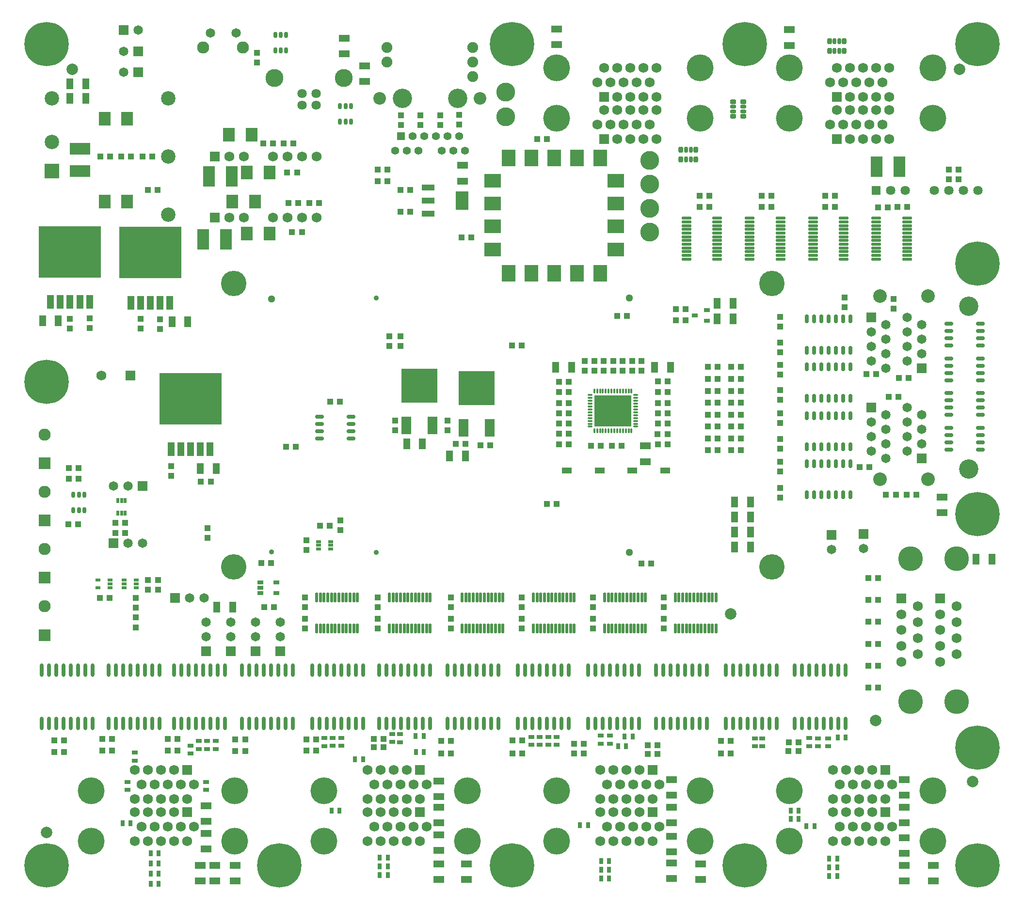
<source format=gbs>
G04*
G04 #@! TF.GenerationSoftware,Altium Limited,Altium Designer,23.9.2 (47)*
G04*
G04 Layer_Color=16711935*
%FSLAX25Y25*%
%MOIN*%
G70*
G04*
G04 #@! TF.SameCoordinates,B33C0050-A697-4CE6-AC26-6465C715290A*
G04*
G04*
G04 #@! TF.FilePolarity,Negative*
G04*
G01*
G75*
%ADD52R,0.04240X0.04240*%
%ADD53R,0.04240X0.04240*%
%ADD57O,0.02075X0.06799*%
%ADD59R,0.03543X0.01968*%
%ADD60R,0.07193X0.05028*%
%ADD61O,0.02862X0.06209*%
%ADD62R,0.04437X0.02862*%
%ADD65C,0.07874*%
%ADD67R,0.08000X0.14000*%
%ADD68C,0.17500*%
%ADD69C,0.03500*%
%ADD70C,0.05098*%
%ADD71C,0.30500*%
%ADD72R,0.06500X0.06500*%
%ADD73C,0.06500*%
%ADD74C,0.13295*%
%ADD75C,0.09358*%
%ADD76R,0.06500X0.06500*%
%ADD77C,0.12311*%
%ADD78C,0.06406*%
%ADD79C,0.06900*%
%ADD80R,0.06900X0.06900*%
%ADD81C,0.18500*%
%ADD82R,0.06406X0.06406*%
%ADD83C,0.07500*%
%ADD84R,0.05500X0.05500*%
%ADD85C,0.05500*%
%ADD86C,0.08700*%
%ADD87R,0.09949X0.09949*%
%ADD88C,0.09949*%
%ADD89C,0.06799*%
%ADD90R,0.06799X0.06799*%
%ADD91C,0.08374*%
%ADD92R,0.06799X0.06799*%
%ADD93C,0.17035*%
%ADD94R,0.08374X0.08374*%
G04:AMPARAMS|DCode=159|XSize=41.61mil|YSize=31.77mil|CornerRadius=9.19mil|HoleSize=0mil|Usage=FLASHONLY|Rotation=90.000|XOffset=0mil|YOffset=0mil|HoleType=Round|Shape=RoundedRectangle|*
%AMROUNDEDRECTD159*
21,1,0.04161,0.01339,0,0,90.0*
21,1,0.02323,0.03177,0,0,90.0*
1,1,0.01839,0.00669,0.01161*
1,1,0.01839,0.00669,-0.01161*
1,1,0.01839,-0.00669,-0.01161*
1,1,0.01839,-0.00669,0.01161*
%
%ADD159ROUNDEDRECTD159*%
G04:AMPARAMS|DCode=160|XSize=41.61mil|YSize=23.9mil|CornerRadius=7.22mil|HoleSize=0mil|Usage=FLASHONLY|Rotation=270.000|XOffset=0mil|YOffset=0mil|HoleType=Round|Shape=RoundedRectangle|*
%AMROUNDEDRECTD160*
21,1,0.04161,0.00945,0,0,270.0*
21,1,0.02717,0.02390,0,0,270.0*
1,1,0.01445,-0.00472,-0.01358*
1,1,0.01445,-0.00472,0.01358*
1,1,0.01445,0.00472,0.01358*
1,1,0.01445,0.00472,-0.01358*
%
%ADD160ROUNDEDRECTD160*%
G04:AMPARAMS|DCode=161|XSize=41.61mil|YSize=31.77mil|CornerRadius=9.19mil|HoleSize=0mil|Usage=FLASHONLY|Rotation=0.000|XOffset=0mil|YOffset=0mil|HoleType=Round|Shape=RoundedRectangle|*
%AMROUNDEDRECTD161*
21,1,0.04161,0.01339,0,0,0.0*
21,1,0.02323,0.03177,0,0,0.0*
1,1,0.01839,0.01161,-0.00669*
1,1,0.01839,-0.01161,-0.00669*
1,1,0.01839,-0.01161,0.00669*
1,1,0.01839,0.01161,0.00669*
%
%ADD161ROUNDEDRECTD161*%
G04:AMPARAMS|DCode=162|XSize=41.61mil|YSize=23.9mil|CornerRadius=7.22mil|HoleSize=0mil|Usage=FLASHONLY|Rotation=180.000|XOffset=0mil|YOffset=0mil|HoleType=Round|Shape=RoundedRectangle|*
%AMROUNDEDRECTD162*
21,1,0.04161,0.00945,0,0,180.0*
21,1,0.02717,0.02390,0,0,180.0*
1,1,0.01445,-0.01358,0.00472*
1,1,0.01445,0.01358,0.00472*
1,1,0.01445,0.01358,-0.00472*
1,1,0.01445,-0.01358,-0.00472*
%
%ADD162ROUNDEDRECTD162*%
%ADD163O,0.02862X0.04437*%
%ADD164R,0.08965X0.04043*%
%ADD165R,0.08965X0.13098*%
%ADD166R,0.06799X0.04437*%
%ADD167R,0.03847X0.02862*%
%ADD168R,0.05028X0.07193*%
%ADD169O,0.02862X0.09161*%
%ADD170O,0.01378X0.03543*%
%ADD171O,0.03543X0.01378*%
%ADD172R,0.25591X0.21260*%
%ADD173R,0.01968X0.03543*%
%ADD174O,0.06799X0.02075*%
%ADD175C,0.13000*%
%ADD176R,0.02862X0.03847*%
%ADD177R,0.03847X0.02862*%
%ADD178R,0.11524X0.09555*%
%ADD179R,0.09555X0.11524*%
%ADD180R,0.08000X0.09500*%
%ADD181R,0.06799X0.12311*%
%ADD182R,0.24910X0.23335*%
%ADD183R,0.14000X0.08000*%
%ADD184O,0.06209X0.02862*%
%ADD185R,0.42500X0.35500*%
%ADD186R,0.04700X0.09500*%
D52*
X187153Y582000D02*
D03*
X193846D02*
D03*
X160846Y301500D02*
D03*
X154154D02*
D03*
X351847Y596000D02*
D03*
X345153D02*
D03*
X556847Y492500D02*
D03*
X550153D02*
D03*
X556847Y500000D02*
D03*
X550153D02*
D03*
X710235Y452761D02*
D03*
X703543D02*
D03*
X681153Y455332D02*
D03*
X687847D02*
D03*
X696427Y439745D02*
D03*
X703120D02*
D03*
X683162Y391220D02*
D03*
X676469D02*
D03*
X701343Y372363D02*
D03*
X694651D02*
D03*
X708653D02*
D03*
X715346D02*
D03*
X537648Y414096D02*
D03*
X544341D02*
D03*
X537653Y421500D02*
D03*
X544347D02*
D03*
Y443000D02*
D03*
X537653D02*
D03*
Y450500D02*
D03*
X544347D02*
D03*
X537653Y428500D02*
D03*
X544347D02*
D03*
X537653Y407000D02*
D03*
X544347D02*
D03*
X537653Y435500D02*
D03*
X544347D02*
D03*
X594879Y402976D02*
D03*
X588187D02*
D03*
X594879Y411151D02*
D03*
X588187D02*
D03*
X594879Y419325D02*
D03*
X588187D02*
D03*
X594879Y427500D02*
D03*
X588187D02*
D03*
X594879Y435675D02*
D03*
X588187D02*
D03*
X594879Y443850D02*
D03*
X588187D02*
D03*
X594879Y452024D02*
D03*
X588187D02*
D03*
X594879Y460199D02*
D03*
X588187D02*
D03*
X572121Y402976D02*
D03*
X578814D02*
D03*
X572121Y411151D02*
D03*
X578814D02*
D03*
X572121Y419325D02*
D03*
X578814D02*
D03*
X572121Y427500D02*
D03*
X578814D02*
D03*
X572121Y435675D02*
D03*
X578814D02*
D03*
X572121Y443850D02*
D03*
X578814D02*
D03*
X572121Y452024D02*
D03*
X578814D02*
D03*
X572121Y460199D02*
D03*
X578814D02*
D03*
X498401Y405900D02*
D03*
X491709D02*
D03*
X506153Y406000D02*
D03*
X512847D02*
D03*
X469661Y406900D02*
D03*
X476354D02*
D03*
X469654Y414500D02*
D03*
X476346D02*
D03*
X469654Y421500D02*
D03*
X476346D02*
D03*
X469654Y428500D02*
D03*
X476346D02*
D03*
X469654Y435500D02*
D03*
X476346D02*
D03*
X469661Y442880D02*
D03*
X476354D02*
D03*
X469661Y450076D02*
D03*
X476354D02*
D03*
X164654Y353000D02*
D03*
X171346D02*
D03*
Y346000D02*
D03*
X164654D02*
D03*
X682461Y284928D02*
D03*
X689153D02*
D03*
X682461Y269857D02*
D03*
X689153D02*
D03*
X609154Y578000D02*
D03*
X615846D02*
D03*
X566468Y570500D02*
D03*
X573161D02*
D03*
X615846D02*
D03*
X609154D02*
D03*
X709048Y570205D02*
D03*
X702355D02*
D03*
X689032Y570076D02*
D03*
X695725D02*
D03*
X652853Y578000D02*
D03*
X659547D02*
D03*
X573161D02*
D03*
X566468D02*
D03*
X659547Y570500D02*
D03*
X652853D02*
D03*
X345153Y588000D02*
D03*
X351847D02*
D03*
X461346Y617000D02*
D03*
X454654D02*
D03*
X402654Y549500D02*
D03*
X409346D02*
D03*
X744347Y596000D02*
D03*
X737653D02*
D03*
X744347Y589500D02*
D03*
X737653D02*
D03*
X634329Y195870D02*
D03*
X627636D02*
D03*
X304837Y572890D02*
D03*
X298144D02*
D03*
X415654Y406390D02*
D03*
X422346D02*
D03*
X398654Y407500D02*
D03*
X405346D02*
D03*
X183441Y605100D02*
D03*
X190134D02*
D03*
X168826D02*
D03*
X175519D02*
D03*
X154326D02*
D03*
X161019D02*
D03*
X280474Y614000D02*
D03*
X287167D02*
D03*
X266504D02*
D03*
X273197D02*
D03*
X283757Y572890D02*
D03*
X290450D02*
D03*
X689153Y239713D02*
D03*
X682461D02*
D03*
X689153Y254785D02*
D03*
X682461D02*
D03*
X689153Y300000D02*
D03*
X682461D02*
D03*
X689153Y315072D02*
D03*
X682461D02*
D03*
X132653Y383500D02*
D03*
X139347D02*
D03*
X132567Y352000D02*
D03*
X139260D02*
D03*
X312619Y436500D02*
D03*
X319312D02*
D03*
X444097Y474988D02*
D03*
X437403D02*
D03*
X526620Y325000D02*
D03*
X533313D02*
D03*
X509654Y495500D02*
D03*
X516347D02*
D03*
X468298Y366000D02*
D03*
X461605D02*
D03*
X282154Y405500D02*
D03*
X288846D02*
D03*
X155654Y196500D02*
D03*
X162346D02*
D03*
X247294Y196000D02*
D03*
X253987D02*
D03*
X342472Y198786D02*
D03*
X349165D02*
D03*
X437653Y194500D02*
D03*
X444347D02*
D03*
X530873Y194000D02*
D03*
X537566D02*
D03*
X155654Y204500D02*
D03*
X162346D02*
D03*
X247294Y204000D02*
D03*
X253987D02*
D03*
X342472Y204500D02*
D03*
X349165D02*
D03*
X437653Y203500D02*
D03*
X444347D02*
D03*
X530873Y200130D02*
D03*
X537566D02*
D03*
X627654Y202000D02*
D03*
X634346D02*
D03*
X129347Y195500D02*
D03*
X122653D02*
D03*
X200654Y196500D02*
D03*
X207347D02*
D03*
X295999D02*
D03*
X302692D02*
D03*
X388913Y194500D02*
D03*
X395605D02*
D03*
X480224Y194502D02*
D03*
X486916D02*
D03*
X581153Y194500D02*
D03*
X587847D02*
D03*
X129347Y203500D02*
D03*
X122653D02*
D03*
X200654Y204500D02*
D03*
X207347D02*
D03*
X295999Y204000D02*
D03*
X302692D02*
D03*
X388913Y203000D02*
D03*
X395605D02*
D03*
X480224Y201173D02*
D03*
X486916D02*
D03*
X581153Y203000D02*
D03*
X587847D02*
D03*
X360653Y567161D02*
D03*
X367347D02*
D03*
X360653Y582161D02*
D03*
X367347D02*
D03*
X267122Y294937D02*
D03*
X273815D02*
D03*
X271847Y325500D02*
D03*
X265154D02*
D03*
X230335Y381500D02*
D03*
X223642D02*
D03*
X282970Y594000D02*
D03*
X289663D02*
D03*
X305336Y351111D02*
D03*
X312029D02*
D03*
X286316Y553000D02*
D03*
X293009D02*
D03*
X132653Y390750D02*
D03*
X139347D02*
D03*
D53*
X178847Y294807D02*
D03*
Y301500D02*
D03*
X178819Y281185D02*
D03*
Y287877D02*
D03*
X353000Y481347D02*
D03*
Y474653D02*
D03*
X262000Y669654D02*
D03*
Y676346D02*
D03*
X194000Y313846D02*
D03*
Y307154D02*
D03*
X187000Y313846D02*
D03*
Y307154D02*
D03*
X621665Y454950D02*
D03*
Y461643D02*
D03*
Y437742D02*
D03*
Y444434D02*
D03*
X699773Y500437D02*
D03*
Y507130D02*
D03*
X666181Y507917D02*
D03*
Y501224D02*
D03*
X621665Y377186D02*
D03*
Y370493D02*
D03*
Y394894D02*
D03*
Y388201D02*
D03*
Y410602D02*
D03*
Y403909D02*
D03*
Y428310D02*
D03*
Y421617D02*
D03*
Y477018D02*
D03*
Y470325D02*
D03*
Y494726D02*
D03*
Y488033D02*
D03*
X487500Y464347D02*
D03*
Y457654D02*
D03*
X494000Y464347D02*
D03*
Y457654D02*
D03*
X500500Y464347D02*
D03*
Y457654D02*
D03*
X507000Y464347D02*
D03*
Y457654D02*
D03*
X513500Y464347D02*
D03*
Y457654D02*
D03*
X520000Y464347D02*
D03*
Y457654D02*
D03*
X526500Y464347D02*
D03*
Y457654D02*
D03*
X228000Y342653D02*
D03*
Y349346D02*
D03*
X319500Y348153D02*
D03*
Y354847D02*
D03*
X393000Y423319D02*
D03*
Y416627D02*
D03*
X357000D02*
D03*
Y423319D02*
D03*
X295231Y301630D02*
D03*
Y294937D02*
D03*
X345231Y301630D02*
D03*
Y294937D02*
D03*
X395490Y301630D02*
D03*
Y294937D02*
D03*
X444231Y301630D02*
D03*
Y294937D02*
D03*
X493231Y301630D02*
D03*
Y294937D02*
D03*
X541797Y301630D02*
D03*
Y294937D02*
D03*
X295231Y287063D02*
D03*
Y280370D02*
D03*
X345231Y287063D02*
D03*
Y280370D02*
D03*
X395490Y287063D02*
D03*
Y280370D02*
D03*
X444231Y287063D02*
D03*
Y280370D02*
D03*
X493231Y287063D02*
D03*
Y280370D02*
D03*
X541797Y287063D02*
D03*
Y280370D02*
D03*
X133639Y486728D02*
D03*
Y493421D02*
D03*
X147039Y487153D02*
D03*
Y493847D02*
D03*
X195584Y486228D02*
D03*
Y492921D02*
D03*
X182184Y486654D02*
D03*
Y493347D02*
D03*
X203030Y385387D02*
D03*
Y392080D02*
D03*
X296252Y334195D02*
D03*
Y340888D02*
D03*
X374500Y626653D02*
D03*
Y633347D02*
D03*
X361000Y626653D02*
D03*
Y633347D02*
D03*
X388000Y626653D02*
D03*
Y633347D02*
D03*
X400992Y627153D02*
D03*
Y633847D02*
D03*
X360653Y481347D02*
D03*
Y474653D02*
D03*
D57*
X331306Y280370D02*
D03*
X328747D02*
D03*
X326187D02*
D03*
X323628D02*
D03*
X321069D02*
D03*
X318510D02*
D03*
X315951D02*
D03*
X313392D02*
D03*
X310833D02*
D03*
X308274D02*
D03*
X305715D02*
D03*
X303156D02*
D03*
X331306Y301630D02*
D03*
X328747D02*
D03*
X326187D02*
D03*
X323628D02*
D03*
X321069D02*
D03*
X318510D02*
D03*
X315951D02*
D03*
X313392D02*
D03*
X310833D02*
D03*
X308274D02*
D03*
X305715D02*
D03*
X303156D02*
D03*
X381306Y280370D02*
D03*
X378747D02*
D03*
X376187D02*
D03*
X373628D02*
D03*
X371069D02*
D03*
X368510D02*
D03*
X365951D02*
D03*
X363392D02*
D03*
X360833D02*
D03*
X358274D02*
D03*
X355715D02*
D03*
X353156D02*
D03*
X381306Y301630D02*
D03*
X378747D02*
D03*
X376187D02*
D03*
X373628D02*
D03*
X371069D02*
D03*
X368510D02*
D03*
X365951D02*
D03*
X363392D02*
D03*
X360833D02*
D03*
X358274D02*
D03*
X355715D02*
D03*
X353156D02*
D03*
X431306Y280370D02*
D03*
X428747D02*
D03*
X426187D02*
D03*
X423628D02*
D03*
X421069D02*
D03*
X418510D02*
D03*
X415951D02*
D03*
X413392D02*
D03*
X410833D02*
D03*
X408274D02*
D03*
X405715D02*
D03*
X403156D02*
D03*
X431306Y301630D02*
D03*
X428747D02*
D03*
X426187D02*
D03*
X423628D02*
D03*
X421069D02*
D03*
X418510D02*
D03*
X415951D02*
D03*
X413392D02*
D03*
X410833D02*
D03*
X408274D02*
D03*
X405715D02*
D03*
X403156D02*
D03*
X480305Y280370D02*
D03*
X477746D02*
D03*
X475187D02*
D03*
X472628D02*
D03*
X470069D02*
D03*
X467510D02*
D03*
X464951D02*
D03*
X462392D02*
D03*
X459833D02*
D03*
X457274D02*
D03*
X454715D02*
D03*
X452156D02*
D03*
X480305Y301630D02*
D03*
X477746D02*
D03*
X475187D02*
D03*
X472628D02*
D03*
X470069D02*
D03*
X467510D02*
D03*
X464951D02*
D03*
X462392D02*
D03*
X459833D02*
D03*
X457274D02*
D03*
X454715D02*
D03*
X452156D02*
D03*
X529306Y280370D02*
D03*
X526747D02*
D03*
X524187D02*
D03*
X521628D02*
D03*
X519069D02*
D03*
X516510D02*
D03*
X513951D02*
D03*
X511392D02*
D03*
X508833D02*
D03*
X506274D02*
D03*
X503715D02*
D03*
X501156D02*
D03*
X529306Y301630D02*
D03*
X526747D02*
D03*
X524187D02*
D03*
X521628D02*
D03*
X519069D02*
D03*
X516510D02*
D03*
X513951D02*
D03*
X511392D02*
D03*
X508833D02*
D03*
X506274D02*
D03*
X503715D02*
D03*
X501156D02*
D03*
X577872Y280370D02*
D03*
X575313D02*
D03*
X572754D02*
D03*
X570194D02*
D03*
X567635D02*
D03*
X565076D02*
D03*
X562517D02*
D03*
X559958D02*
D03*
X557399D02*
D03*
X554840D02*
D03*
X552281D02*
D03*
X549722D02*
D03*
X577872Y301630D02*
D03*
X575313D02*
D03*
X572754D02*
D03*
X570194D02*
D03*
X567635D02*
D03*
X565076D02*
D03*
X562517D02*
D03*
X559958D02*
D03*
X557399D02*
D03*
X554840D02*
D03*
X552281D02*
D03*
X549722D02*
D03*
D59*
X152768Y313559D02*
D03*
Y308441D02*
D03*
X161232D02*
D03*
Y311000D02*
D03*
Y313559D02*
D03*
X170768D02*
D03*
Y311000D02*
D03*
Y308441D02*
D03*
X179232D02*
D03*
Y311000D02*
D03*
Y313559D02*
D03*
X312816Y340100D02*
D03*
Y337541D02*
D03*
Y334982D02*
D03*
X304352D02*
D03*
Y337541D02*
D03*
Y340100D02*
D03*
D60*
X336000Y667413D02*
D03*
Y656587D02*
D03*
X322000Y686413D02*
D03*
Y675587D02*
D03*
X628300Y692319D02*
D03*
Y681492D02*
D03*
X468300Y692758D02*
D03*
Y681931D02*
D03*
X733000Y359913D02*
D03*
Y370740D02*
D03*
X223000Y117413D02*
D03*
Y106587D02*
D03*
X233000Y106587D02*
D03*
Y117413D02*
D03*
X227000Y147587D02*
D03*
Y158413D02*
D03*
X387000Y118413D02*
D03*
Y107587D02*
D03*
Y138413D02*
D03*
Y127587D02*
D03*
Y164587D02*
D03*
Y175413D02*
D03*
Y146587D02*
D03*
Y157413D02*
D03*
X547000Y146587D02*
D03*
Y157413D02*
D03*
Y137413D02*
D03*
Y126587D02*
D03*
Y119173D02*
D03*
Y108346D02*
D03*
Y165587D02*
D03*
Y176413D02*
D03*
X707000Y146587D02*
D03*
Y157413D02*
D03*
Y165587D02*
D03*
Y176413D02*
D03*
Y136413D02*
D03*
Y125587D02*
D03*
Y117413D02*
D03*
Y106587D02*
D03*
X227000Y128587D02*
D03*
Y139413D02*
D03*
X727000Y106587D02*
D03*
Y117413D02*
D03*
X567000Y107587D02*
D03*
Y118413D02*
D03*
X406000Y107587D02*
D03*
Y118413D02*
D03*
X247000Y106587D02*
D03*
Y117413D02*
D03*
X529306Y395087D02*
D03*
Y405913D02*
D03*
X403500Y598913D02*
D03*
Y588087D02*
D03*
D61*
X640000Y493228D02*
D03*
X645000D02*
D03*
X650000D02*
D03*
X655000D02*
D03*
X660000D02*
D03*
X665000D02*
D03*
X670000D02*
D03*
X640000Y471772D02*
D03*
X645000D02*
D03*
X650000D02*
D03*
X655000D02*
D03*
X660000D02*
D03*
X665000D02*
D03*
X670000D02*
D03*
X640000Y460228D02*
D03*
X645000D02*
D03*
X650000D02*
D03*
X655000D02*
D03*
X660000D02*
D03*
X665000D02*
D03*
X670000D02*
D03*
X640000Y438772D02*
D03*
X645000D02*
D03*
X650000D02*
D03*
X655000D02*
D03*
X660000D02*
D03*
X665000D02*
D03*
X670000D02*
D03*
X640000Y393728D02*
D03*
X645000D02*
D03*
X650000D02*
D03*
X655000D02*
D03*
X660000D02*
D03*
X665000D02*
D03*
X670000D02*
D03*
X640000Y372272D02*
D03*
X645000D02*
D03*
X650000D02*
D03*
X655000D02*
D03*
X660000D02*
D03*
X665000D02*
D03*
X670000D02*
D03*
X640000Y426728D02*
D03*
X645000D02*
D03*
X650000D02*
D03*
X655000D02*
D03*
X660000D02*
D03*
X665000D02*
D03*
X670000D02*
D03*
X640000Y405272D02*
D03*
X645000D02*
D03*
X650000D02*
D03*
X655000D02*
D03*
X660000D02*
D03*
X665000D02*
D03*
X670000D02*
D03*
D62*
X264587Y304543D02*
D03*
Y308283D02*
D03*
Y312024D02*
D03*
X275413D02*
D03*
Y304543D02*
D03*
D65*
X135000Y665000D02*
D03*
X117500Y140000D02*
D03*
X745000Y665000D02*
D03*
X587847Y290393D02*
D03*
X687500Y217000D02*
D03*
X754000Y175000D02*
D03*
D67*
X688252Y598000D02*
D03*
X703748D02*
D03*
X229252Y591500D02*
D03*
X244748D02*
D03*
X225252Y548000D02*
D03*
X240748D02*
D03*
D68*
X616173Y322611D02*
D03*
X246173Y517611D02*
D03*
Y322611D02*
D03*
X616173Y517611D02*
D03*
D69*
X344173Y332661D02*
D03*
Y507661D02*
D03*
X272173Y333111D02*
D03*
X757500Y209750D02*
D03*
X768750Y198500D02*
D03*
X757500Y187250D02*
D03*
X746250Y198500D02*
D03*
X747657Y204405D02*
D03*
X751594Y208343D02*
D03*
Y188657D02*
D03*
X767343Y192595D02*
D03*
X763406Y208343D02*
D03*
X747657Y192595D02*
D03*
X763406Y188657D02*
D03*
X767343Y204405D02*
D03*
X757500Y542750D02*
D03*
X768750Y531500D02*
D03*
X757500Y520250D02*
D03*
X746250Y531500D02*
D03*
X747657Y537405D02*
D03*
X751594Y541342D02*
D03*
Y521658D02*
D03*
X767343Y525595D02*
D03*
X763406Y541342D02*
D03*
X747657Y525595D02*
D03*
X763406Y521658D02*
D03*
X767343Y537405D02*
D03*
X757500Y370250D02*
D03*
X768750Y359000D02*
D03*
X757500Y347750D02*
D03*
X746250Y359000D02*
D03*
X747657Y364906D02*
D03*
X751594Y368843D02*
D03*
Y349158D02*
D03*
X767343Y353095D02*
D03*
X763406Y368843D02*
D03*
X747657Y353095D02*
D03*
X763406Y349158D02*
D03*
X767343Y364906D02*
D03*
X437500Y693750D02*
D03*
X448750Y682500D02*
D03*
X437500Y671250D02*
D03*
X426250Y682500D02*
D03*
X427658Y688406D02*
D03*
X431595Y692343D02*
D03*
Y672657D02*
D03*
X447342Y676594D02*
D03*
X443405Y692343D02*
D03*
X427658Y676594D02*
D03*
X443405Y672657D02*
D03*
X447342Y688406D02*
D03*
X117500Y693750D02*
D03*
X128750Y682500D02*
D03*
X117500Y671250D02*
D03*
X106250Y682500D02*
D03*
X107658Y688406D02*
D03*
X111594Y692343D02*
D03*
Y672657D02*
D03*
X127342Y676594D02*
D03*
X123406Y692343D02*
D03*
X107658Y676594D02*
D03*
X123406Y672657D02*
D03*
X127342Y688406D02*
D03*
X757500Y693750D02*
D03*
X768750Y682500D02*
D03*
X757500Y671250D02*
D03*
X746250Y682500D02*
D03*
X747657Y688406D02*
D03*
X751594Y692343D02*
D03*
Y672657D02*
D03*
X767343Y676594D02*
D03*
X763406Y692343D02*
D03*
X747657Y676594D02*
D03*
X763406Y672657D02*
D03*
X767343Y688406D02*
D03*
X597500Y693750D02*
D03*
X608750Y682500D02*
D03*
X597500Y671250D02*
D03*
X586250Y682500D02*
D03*
X587657Y688406D02*
D03*
X591595Y692343D02*
D03*
Y672657D02*
D03*
X607342Y676594D02*
D03*
X603406Y692343D02*
D03*
X587657Y676594D02*
D03*
X603406Y672657D02*
D03*
X607342Y688406D02*
D03*
X117500Y461250D02*
D03*
X128750Y450000D02*
D03*
X117500Y438750D02*
D03*
X106250Y450000D02*
D03*
X107658Y455905D02*
D03*
X111594Y459842D02*
D03*
Y440158D02*
D03*
X127342Y444095D02*
D03*
X123406Y459842D02*
D03*
X107658Y444095D02*
D03*
X123406Y440158D02*
D03*
X127342Y455905D02*
D03*
X757500Y128750D02*
D03*
X768750Y117500D02*
D03*
X757500Y106250D02*
D03*
X746250Y117500D02*
D03*
X747657Y123406D02*
D03*
X751594Y127342D02*
D03*
Y107658D02*
D03*
X767343Y111594D02*
D03*
X763406Y127342D02*
D03*
X747657Y111594D02*
D03*
X763406Y107658D02*
D03*
X767343Y123406D02*
D03*
X597500Y128750D02*
D03*
X608750Y117500D02*
D03*
X597500Y106250D02*
D03*
X586250Y117500D02*
D03*
X587657Y123406D02*
D03*
X591595Y127342D02*
D03*
Y107658D02*
D03*
X607342Y111594D02*
D03*
X603406Y127342D02*
D03*
X587657Y111594D02*
D03*
X603406Y107658D02*
D03*
X607342Y123406D02*
D03*
X437500Y128750D02*
D03*
X448750Y117500D02*
D03*
X437500Y106250D02*
D03*
X426250Y117500D02*
D03*
X427658Y123406D02*
D03*
X431595Y127342D02*
D03*
Y107658D02*
D03*
X447342Y111594D02*
D03*
X443405Y127342D02*
D03*
X427658Y111594D02*
D03*
X443405Y107658D02*
D03*
X447342Y123406D02*
D03*
X277500Y128750D02*
D03*
X288750Y117500D02*
D03*
X277500Y106250D02*
D03*
X266250Y117500D02*
D03*
X267657Y123406D02*
D03*
X271595Y127342D02*
D03*
Y107658D02*
D03*
X287343Y111594D02*
D03*
X283405Y127342D02*
D03*
X267657Y111594D02*
D03*
X283405Y107658D02*
D03*
X287343Y123406D02*
D03*
X117500Y128750D02*
D03*
X128750Y117500D02*
D03*
X117500Y106250D02*
D03*
X106250Y117500D02*
D03*
X107658Y123406D02*
D03*
X111594Y127342D02*
D03*
Y107658D02*
D03*
X127342Y111594D02*
D03*
X123406Y127342D02*
D03*
X107658Y111594D02*
D03*
X123406Y107658D02*
D03*
X127342Y123406D02*
D03*
D70*
X518173Y332661D02*
D03*
Y507661D02*
D03*
X272173Y507111D02*
D03*
D71*
X757500Y198500D02*
D03*
Y531500D02*
D03*
Y359000D02*
D03*
X437500Y682500D02*
D03*
X117500D02*
D03*
X757500D02*
D03*
X597500D02*
D03*
X117500Y450000D02*
D03*
X757500Y117500D02*
D03*
X597500D02*
D03*
X437500D02*
D03*
X277500D02*
D03*
X117500D02*
D03*
D72*
X180344Y677500D02*
D03*
X170344Y691988D02*
D03*
X163500Y338879D02*
D03*
X183500Y378500D02*
D03*
X180500Y663000D02*
D03*
X205811Y301421D02*
D03*
D73*
X170344Y677500D02*
D03*
X180344Y691988D02*
D03*
X684500Y484500D02*
D03*
Y474500D02*
D03*
Y464500D02*
D03*
X694500Y459500D02*
D03*
Y469500D02*
D03*
Y479500D02*
D03*
Y489500D02*
D03*
X719000D02*
D03*
Y479500D02*
D03*
Y469500D02*
D03*
X709000Y494500D02*
D03*
Y464500D02*
D03*
Y474500D02*
D03*
Y484500D02*
D03*
X684500Y422500D02*
D03*
Y412500D02*
D03*
Y402500D02*
D03*
X694500Y397500D02*
D03*
Y407500D02*
D03*
Y417500D02*
D03*
Y427500D02*
D03*
X719000D02*
D03*
Y417500D02*
D03*
Y407500D02*
D03*
X709000Y402500D02*
D03*
Y412500D02*
D03*
Y432500D02*
D03*
Y422500D02*
D03*
X173500Y338879D02*
D03*
X183500D02*
D03*
X173500Y378500D02*
D03*
X163500D02*
D03*
X247706Y689879D02*
D03*
X229989D02*
D03*
X170500Y663000D02*
D03*
X278000Y284531D02*
D03*
Y274531D02*
D03*
X260996Y284531D02*
D03*
Y274531D02*
D03*
X243992Y284531D02*
D03*
Y274531D02*
D03*
X226989Y284531D02*
D03*
Y274531D02*
D03*
X679176Y335263D02*
D03*
X656998Y334763D02*
D03*
X225811Y301421D02*
D03*
X215811D02*
D03*
D74*
X751500Y502000D02*
D03*
Y390000D02*
D03*
X400000Y645000D02*
D03*
X362000D02*
D03*
D75*
X690500Y383000D02*
D03*
X723500D02*
D03*
Y509000D02*
D03*
X690500D02*
D03*
D76*
X684500Y494500D02*
D03*
X719000Y459500D02*
D03*
X684500Y432500D02*
D03*
X719000Y397500D02*
D03*
X278000Y264531D02*
D03*
X260996D02*
D03*
X243992D02*
D03*
X226989D02*
D03*
X679176Y345263D02*
D03*
X656998Y344763D02*
D03*
D77*
X321659Y658879D02*
D03*
X274257D02*
D03*
D78*
X293037Y648209D02*
D03*
X302879D02*
D03*
Y640335D02*
D03*
X293037D02*
D03*
X707929Y581626D02*
D03*
X697929D02*
D03*
X727929D02*
D03*
X737929D02*
D03*
X747929D02*
D03*
X757929D02*
D03*
D79*
X662800Y173000D02*
D03*
X680800D02*
D03*
X671800D02*
D03*
X689800D02*
D03*
X698800D02*
D03*
X667300Y183000D02*
D03*
X676300D02*
D03*
X685300D02*
D03*
X658300D02*
D03*
Y163000D02*
D03*
X685300D02*
D03*
X694300D02*
D03*
X676300D02*
D03*
X667300D02*
D03*
Y134000D02*
D03*
X676300D02*
D03*
X694300D02*
D03*
X685300D02*
D03*
X658300D02*
D03*
Y154000D02*
D03*
X685300D02*
D03*
X676300D02*
D03*
X667300D02*
D03*
X698800Y144000D02*
D03*
X689800D02*
D03*
X671800D02*
D03*
X680800D02*
D03*
X662800D02*
D03*
X532200Y627000D02*
D03*
X514200D02*
D03*
X523200D02*
D03*
X505200D02*
D03*
X496200D02*
D03*
X527700Y617000D02*
D03*
X518700D02*
D03*
X509700D02*
D03*
X536700D02*
D03*
Y637000D02*
D03*
X509700D02*
D03*
X500700D02*
D03*
X518700D02*
D03*
X527700D02*
D03*
Y666000D02*
D03*
X518700D02*
D03*
X500700D02*
D03*
X509700D02*
D03*
X536700D02*
D03*
Y646000D02*
D03*
X509700D02*
D03*
X518700D02*
D03*
X527700D02*
D03*
X496200Y656000D02*
D03*
X505200D02*
D03*
X523200D02*
D03*
X514200D02*
D03*
X532200D02*
D03*
X692200D02*
D03*
X674200D02*
D03*
X683200D02*
D03*
X665200D02*
D03*
X656200D02*
D03*
X687700Y646000D02*
D03*
X678700D02*
D03*
X669700D02*
D03*
X696700D02*
D03*
Y666000D02*
D03*
X669700D02*
D03*
X660700D02*
D03*
X678700D02*
D03*
X687700D02*
D03*
Y637000D02*
D03*
X678700D02*
D03*
X660700D02*
D03*
X669700D02*
D03*
X696700D02*
D03*
Y617000D02*
D03*
X669700D02*
D03*
X678700D02*
D03*
X687700D02*
D03*
X656200Y627000D02*
D03*
X665200D02*
D03*
X683200D02*
D03*
X674200D02*
D03*
X692200D02*
D03*
X502800Y144000D02*
D03*
X520800D02*
D03*
X511800D02*
D03*
X529800D02*
D03*
X538800D02*
D03*
X507300Y154000D02*
D03*
X516300D02*
D03*
X525300D02*
D03*
X498300D02*
D03*
Y134000D02*
D03*
X525300D02*
D03*
X534300D02*
D03*
X516300D02*
D03*
X507300D02*
D03*
Y163000D02*
D03*
X516300D02*
D03*
X534300D02*
D03*
X525300D02*
D03*
X498300D02*
D03*
Y183000D02*
D03*
X525300D02*
D03*
X516300D02*
D03*
X507300D02*
D03*
X538800Y173000D02*
D03*
X529800D02*
D03*
X511800D02*
D03*
X520800D02*
D03*
X502800D02*
D03*
X342800Y144000D02*
D03*
X360800D02*
D03*
X351800D02*
D03*
X369800D02*
D03*
X378800D02*
D03*
X347300Y154000D02*
D03*
X356300D02*
D03*
X365300D02*
D03*
X338300D02*
D03*
Y134000D02*
D03*
X365300D02*
D03*
X374300D02*
D03*
X356300D02*
D03*
X347300D02*
D03*
Y163000D02*
D03*
X356300D02*
D03*
X374300D02*
D03*
X365300D02*
D03*
X338300D02*
D03*
Y183000D02*
D03*
X365300D02*
D03*
X356300D02*
D03*
X347300D02*
D03*
X378800Y173000D02*
D03*
X369800D02*
D03*
X351800D02*
D03*
X360800D02*
D03*
X342800D02*
D03*
X182800Y144000D02*
D03*
X200800D02*
D03*
X191800D02*
D03*
X209800D02*
D03*
X218800D02*
D03*
X187300Y154000D02*
D03*
X196300D02*
D03*
X205300D02*
D03*
X178300D02*
D03*
Y134000D02*
D03*
X205300D02*
D03*
X214300D02*
D03*
X196300D02*
D03*
X187300D02*
D03*
Y163000D02*
D03*
X196300D02*
D03*
X214300D02*
D03*
X205300D02*
D03*
X178300D02*
D03*
Y183000D02*
D03*
X205300D02*
D03*
X196300D02*
D03*
X187300D02*
D03*
X218800Y173000D02*
D03*
X209800D02*
D03*
X191800D02*
D03*
X200800D02*
D03*
X182800D02*
D03*
D80*
X694300Y183000D02*
D03*
Y154000D02*
D03*
X500700Y617000D02*
D03*
Y646000D02*
D03*
X660700D02*
D03*
Y617000D02*
D03*
X534300Y154000D02*
D03*
Y183000D02*
D03*
X374300Y154000D02*
D03*
Y183000D02*
D03*
X214300Y154000D02*
D03*
Y183000D02*
D03*
D81*
X628300Y168646D02*
D03*
Y134000D02*
D03*
X726700D02*
D03*
Y168646D02*
D03*
X566700Y631354D02*
D03*
Y666000D02*
D03*
X468300D02*
D03*
Y631354D02*
D03*
X628300D02*
D03*
Y666000D02*
D03*
X726700D02*
D03*
Y631354D02*
D03*
X566700Y168646D02*
D03*
Y134000D02*
D03*
X468300D02*
D03*
Y168646D02*
D03*
X406700D02*
D03*
Y134000D02*
D03*
X308300D02*
D03*
Y168646D02*
D03*
X246700D02*
D03*
Y134000D02*
D03*
X148300D02*
D03*
Y168646D02*
D03*
D82*
X687929Y581626D02*
D03*
D83*
X410600Y660000D02*
D03*
Y670000D02*
D03*
Y680000D02*
D03*
X351400Y670000D02*
D03*
Y680000D02*
D03*
D84*
X361000Y619000D02*
D03*
D85*
X368992D02*
D03*
X376992D02*
D03*
X400992D02*
D03*
X392992D02*
D03*
X385000D02*
D03*
X365000Y609000D02*
D03*
X373000D02*
D03*
X357000D02*
D03*
X389000D02*
D03*
X397000D02*
D03*
X405000D02*
D03*
D86*
X346400Y645000D02*
D03*
X415600D02*
D03*
D87*
X121000Y595000D02*
D03*
D88*
Y615000D02*
D03*
Y645000D02*
D03*
X201000D02*
D03*
Y605000D02*
D03*
Y565000D02*
D03*
D89*
X303000Y605000D02*
D03*
X293000D02*
D03*
X283000D02*
D03*
X273000D02*
D03*
X253000D02*
D03*
X243000D02*
D03*
X303000Y562904D02*
D03*
X293000D02*
D03*
X283000D02*
D03*
X273000D02*
D03*
X253000D02*
D03*
X243000D02*
D03*
X716386Y284665D02*
D03*
Y295571D02*
D03*
Y273760D02*
D03*
Y262854D02*
D03*
X705205Y257402D02*
D03*
Y268307D02*
D03*
Y290118D02*
D03*
Y279213D02*
D03*
X731819D02*
D03*
Y290118D02*
D03*
Y268307D02*
D03*
Y257402D02*
D03*
X743000Y262854D02*
D03*
Y273760D02*
D03*
Y295571D02*
D03*
Y284665D02*
D03*
X155300Y454500D02*
D03*
D90*
X233000Y605000D02*
D03*
Y562904D02*
D03*
X175000Y454500D02*
D03*
D91*
X252647Y680076D02*
D03*
X225048D02*
D03*
X116000Y295543D02*
D03*
Y374342D02*
D03*
Y413742D02*
D03*
Y334943D02*
D03*
D92*
X705205Y301024D02*
D03*
X731819D02*
D03*
D93*
X711504Y230000D02*
D03*
Y328425D02*
D03*
X743000D02*
D03*
Y230000D02*
D03*
D94*
X116000Y275857D02*
D03*
Y354658D02*
D03*
Y394057D02*
D03*
Y315258D02*
D03*
D159*
X665891Y677610D02*
D03*
Y684461D02*
D03*
X655655Y677610D02*
D03*
Y684461D02*
D03*
X563879Y603000D02*
D03*
Y609850D02*
D03*
X553643Y603000D02*
D03*
Y609850D02*
D03*
D160*
X662348Y684461D02*
D03*
Y677610D02*
D03*
X659198D02*
D03*
Y684461D02*
D03*
X560336Y609850D02*
D03*
Y603000D02*
D03*
X557186D02*
D03*
Y609850D02*
D03*
D161*
X589630Y632561D02*
D03*
X596480D02*
D03*
X589630Y642797D02*
D03*
X596480D02*
D03*
D162*
Y636104D02*
D03*
X589630D02*
D03*
Y639254D02*
D03*
X596480D02*
D03*
D163*
X282240Y678185D02*
D03*
X278500D02*
D03*
X274760D02*
D03*
X282240Y688815D02*
D03*
X278500D02*
D03*
X274760D02*
D03*
X326740Y629185D02*
D03*
X323000D02*
D03*
X319260D02*
D03*
X326740Y639815D02*
D03*
X323000D02*
D03*
X319260D02*
D03*
X143394Y361685D02*
D03*
X139654D02*
D03*
X135913D02*
D03*
X143394Y372315D02*
D03*
X139654D02*
D03*
X135913D02*
D03*
D164*
X379984Y565606D02*
D03*
Y574661D02*
D03*
Y583716D02*
D03*
D165*
X403016Y574661D02*
D03*
D166*
X475187Y388911D02*
D03*
X520187D02*
D03*
X497687D02*
D03*
X542687D02*
D03*
D167*
X563024Y495756D02*
D03*
X571488Y492016D02*
D03*
Y499496D02*
D03*
D168*
X756587Y328000D02*
D03*
X767413D02*
D03*
X535587Y460000D02*
D03*
X546413D02*
D03*
X601324Y336500D02*
D03*
X590497D02*
D03*
X601324Y346833D02*
D03*
X590497D02*
D03*
X601324Y357167D02*
D03*
X590497D02*
D03*
X601324Y367500D02*
D03*
X590497D02*
D03*
X578587Y504000D02*
D03*
X589413D02*
D03*
X578587Y493500D02*
D03*
X589413D02*
D03*
X467587Y460000D02*
D03*
X478413D02*
D03*
X405413Y399000D02*
D03*
X394587D02*
D03*
X365087Y407390D02*
D03*
X375913D02*
D03*
X144413Y645000D02*
D03*
X133587D02*
D03*
X144413Y655000D02*
D03*
X133587D02*
D03*
X114678Y492000D02*
D03*
X125505D02*
D03*
X214552Y491500D02*
D03*
X203725D02*
D03*
X245413Y294937D02*
D03*
X234587D02*
D03*
X234000Y390233D02*
D03*
X223173D02*
D03*
D169*
X251964Y251693D02*
D03*
X256964D02*
D03*
X261964D02*
D03*
X266964D02*
D03*
X271964D02*
D03*
X276964D02*
D03*
X281964D02*
D03*
X286964D02*
D03*
X251964Y215000D02*
D03*
X256964D02*
D03*
X261964D02*
D03*
X266964D02*
D03*
X271964D02*
D03*
X276964D02*
D03*
X281964D02*
D03*
X286964D02*
D03*
X195000D02*
D03*
X190000D02*
D03*
X185000D02*
D03*
X180000D02*
D03*
X175000D02*
D03*
X170000D02*
D03*
X165000D02*
D03*
X160000D02*
D03*
X195000Y251693D02*
D03*
X190000D02*
D03*
X185000D02*
D03*
X180000D02*
D03*
X175000D02*
D03*
X170000D02*
D03*
X165000D02*
D03*
X160000D02*
D03*
X381231Y215000D02*
D03*
X376231D02*
D03*
X371231D02*
D03*
X366231D02*
D03*
X361231D02*
D03*
X356231D02*
D03*
X351231D02*
D03*
X346231D02*
D03*
X381231Y251693D02*
D03*
X376231D02*
D03*
X371231D02*
D03*
X366231D02*
D03*
X361231D02*
D03*
X356231D02*
D03*
X351231D02*
D03*
X346231D02*
D03*
X476582Y215000D02*
D03*
X471582D02*
D03*
X466582D02*
D03*
X461582D02*
D03*
X456582D02*
D03*
X451582D02*
D03*
X446582D02*
D03*
X441582D02*
D03*
X476582Y251693D02*
D03*
X471582D02*
D03*
X466582D02*
D03*
X461582D02*
D03*
X456582D02*
D03*
X451582D02*
D03*
X446582D02*
D03*
X441582D02*
D03*
X571405Y215000D02*
D03*
X566405D02*
D03*
X561405D02*
D03*
X556405D02*
D03*
X551405D02*
D03*
X546405D02*
D03*
X541405D02*
D03*
X536405D02*
D03*
X571405Y251693D02*
D03*
X566405D02*
D03*
X561405D02*
D03*
X556405D02*
D03*
X551405D02*
D03*
X546405D02*
D03*
X541405D02*
D03*
X536405D02*
D03*
X666818Y215000D02*
D03*
X661818D02*
D03*
X656818D02*
D03*
X651818D02*
D03*
X646818D02*
D03*
X641818D02*
D03*
X636818D02*
D03*
X631818D02*
D03*
X666818Y251693D02*
D03*
X661818D02*
D03*
X656818D02*
D03*
X651818D02*
D03*
X646818D02*
D03*
X641818D02*
D03*
X636818D02*
D03*
X631818D02*
D03*
X149000Y215000D02*
D03*
X144000D02*
D03*
X139000D02*
D03*
X134000D02*
D03*
X129000D02*
D03*
X124000D02*
D03*
X119000D02*
D03*
X114000D02*
D03*
X149000Y251693D02*
D03*
X144000D02*
D03*
X139000D02*
D03*
X134000D02*
D03*
X129000D02*
D03*
X124000D02*
D03*
X119000D02*
D03*
X114000D02*
D03*
X240000Y215000D02*
D03*
X235000D02*
D03*
X230000D02*
D03*
X225000D02*
D03*
X220000D02*
D03*
X215000D02*
D03*
X210000D02*
D03*
X205000D02*
D03*
X240000Y251693D02*
D03*
X235000D02*
D03*
X230000D02*
D03*
X225000D02*
D03*
X220000D02*
D03*
X215000D02*
D03*
X210000D02*
D03*
X205000D02*
D03*
X335046Y215000D02*
D03*
X330046D02*
D03*
X325046D02*
D03*
X320046D02*
D03*
X315046D02*
D03*
X310046D02*
D03*
X305046D02*
D03*
X300046D02*
D03*
X335046Y251693D02*
D03*
X330046D02*
D03*
X325046D02*
D03*
X320046D02*
D03*
X315046D02*
D03*
X310046D02*
D03*
X305046D02*
D03*
X300046D02*
D03*
X428259Y215000D02*
D03*
X423259D02*
D03*
X418259D02*
D03*
X413259D02*
D03*
X408259D02*
D03*
X403259D02*
D03*
X398259D02*
D03*
X393259D02*
D03*
X428259Y251693D02*
D03*
X423259D02*
D03*
X418259D02*
D03*
X413259D02*
D03*
X408259D02*
D03*
X403259D02*
D03*
X398259D02*
D03*
X393259D02*
D03*
X524787Y215000D02*
D03*
X519787D02*
D03*
X514787D02*
D03*
X509787D02*
D03*
X504787D02*
D03*
X499787D02*
D03*
X494787D02*
D03*
X489787D02*
D03*
X524787Y251693D02*
D03*
X519787D02*
D03*
X514787D02*
D03*
X509787D02*
D03*
X504787D02*
D03*
X499787D02*
D03*
X494787D02*
D03*
X489787D02*
D03*
X619500Y215000D02*
D03*
X614500D02*
D03*
X609500D02*
D03*
X604500D02*
D03*
X599500D02*
D03*
X594500D02*
D03*
X589500D02*
D03*
X584500D02*
D03*
X619500Y251693D02*
D03*
X614500D02*
D03*
X609500D02*
D03*
X604500D02*
D03*
X599500D02*
D03*
X594500D02*
D03*
X589500D02*
D03*
X584500D02*
D03*
D170*
X494055Y443728D02*
D03*
X496024D02*
D03*
X497992D02*
D03*
X499961D02*
D03*
X501929D02*
D03*
X503898D02*
D03*
X505866D02*
D03*
X507835D02*
D03*
X509803D02*
D03*
X511772D02*
D03*
X513740D02*
D03*
X515709D02*
D03*
X517677D02*
D03*
X519646D02*
D03*
Y416366D02*
D03*
X517677D02*
D03*
X515709D02*
D03*
X513740D02*
D03*
X511772D02*
D03*
X509803D02*
D03*
X507835D02*
D03*
X505866D02*
D03*
X503898D02*
D03*
X501929D02*
D03*
X499961D02*
D03*
X497992D02*
D03*
X496024D02*
D03*
X494055D02*
D03*
D171*
X522500Y440874D02*
D03*
Y438905D02*
D03*
Y436937D02*
D03*
Y434969D02*
D03*
Y433000D02*
D03*
Y431032D02*
D03*
Y429063D02*
D03*
Y427095D02*
D03*
Y425126D02*
D03*
Y423158D02*
D03*
Y421189D02*
D03*
Y419220D02*
D03*
X491201D02*
D03*
Y421189D02*
D03*
Y423158D02*
D03*
Y425126D02*
D03*
Y427095D02*
D03*
Y429063D02*
D03*
Y431032D02*
D03*
Y433000D02*
D03*
Y434969D02*
D03*
Y436937D02*
D03*
Y438905D02*
D03*
Y440874D02*
D03*
D172*
X506850Y430047D02*
D03*
D173*
X166441Y359768D02*
D03*
X169000D02*
D03*
X171559D02*
D03*
Y368232D02*
D03*
X169000D02*
D03*
X166441D02*
D03*
D174*
X578630Y562575D02*
D03*
Y560016D02*
D03*
Y557457D02*
D03*
Y554898D02*
D03*
Y552339D02*
D03*
Y549780D02*
D03*
Y547221D02*
D03*
Y544661D02*
D03*
Y542102D02*
D03*
Y539543D02*
D03*
Y536984D02*
D03*
Y534425D02*
D03*
X557370Y562575D02*
D03*
Y560016D02*
D03*
Y557457D02*
D03*
Y554898D02*
D03*
Y552339D02*
D03*
Y549780D02*
D03*
Y547221D02*
D03*
Y544661D02*
D03*
Y542102D02*
D03*
Y539543D02*
D03*
Y536984D02*
D03*
Y534425D02*
D03*
X709130Y562575D02*
D03*
Y560016D02*
D03*
Y557457D02*
D03*
Y554898D02*
D03*
Y552339D02*
D03*
Y549780D02*
D03*
Y547221D02*
D03*
Y544661D02*
D03*
Y542102D02*
D03*
Y539543D02*
D03*
Y536984D02*
D03*
Y534425D02*
D03*
X687870Y562575D02*
D03*
Y560016D02*
D03*
Y557457D02*
D03*
Y554898D02*
D03*
Y552339D02*
D03*
Y549780D02*
D03*
Y547221D02*
D03*
Y544661D02*
D03*
Y542102D02*
D03*
Y539543D02*
D03*
Y536984D02*
D03*
Y534425D02*
D03*
X622130Y562575D02*
D03*
Y560016D02*
D03*
Y557457D02*
D03*
Y554898D02*
D03*
Y552339D02*
D03*
Y549780D02*
D03*
Y547221D02*
D03*
Y544661D02*
D03*
Y542102D02*
D03*
Y539543D02*
D03*
Y536984D02*
D03*
Y534425D02*
D03*
X600870Y562575D02*
D03*
Y560016D02*
D03*
Y557457D02*
D03*
Y554898D02*
D03*
Y552339D02*
D03*
Y549780D02*
D03*
Y547221D02*
D03*
Y544661D02*
D03*
Y542102D02*
D03*
Y539543D02*
D03*
Y536984D02*
D03*
Y534425D02*
D03*
X665630Y562575D02*
D03*
Y560016D02*
D03*
Y557457D02*
D03*
Y554898D02*
D03*
Y552339D02*
D03*
Y549780D02*
D03*
Y547221D02*
D03*
Y544661D02*
D03*
Y542102D02*
D03*
Y539543D02*
D03*
Y536984D02*
D03*
Y534425D02*
D03*
X644370Y562575D02*
D03*
Y560016D02*
D03*
Y557457D02*
D03*
Y554898D02*
D03*
Y552339D02*
D03*
Y549780D02*
D03*
Y547221D02*
D03*
Y544661D02*
D03*
Y542102D02*
D03*
Y539543D02*
D03*
Y536984D02*
D03*
Y534425D02*
D03*
D175*
X532000Y602500D02*
D03*
Y553000D02*
D03*
Y569500D02*
D03*
Y586000D02*
D03*
X433000Y649500D02*
D03*
Y632500D02*
D03*
D176*
X484244Y144883D02*
D03*
X489756D02*
D03*
X629032Y155000D02*
D03*
X634543D02*
D03*
X639897Y144500D02*
D03*
X645409D02*
D03*
X629062Y149200D02*
D03*
X634574D02*
D03*
X371194Y206353D02*
D03*
X376706D02*
D03*
X346524Y122594D02*
D03*
X352036D02*
D03*
X376941Y195500D02*
D03*
X371429D02*
D03*
X498744Y108500D02*
D03*
X504256D02*
D03*
X346524Y116595D02*
D03*
X352036D02*
D03*
X655562Y110002D02*
D03*
X661074D02*
D03*
X189044Y111594D02*
D03*
X194556D02*
D03*
X189044Y118595D02*
D03*
X194556D02*
D03*
X189044Y125594D02*
D03*
X194556D02*
D03*
X169744Y146263D02*
D03*
X175256D02*
D03*
X313353Y155000D02*
D03*
X318865D02*
D03*
X189044Y104595D02*
D03*
X194556D02*
D03*
X346524Y110594D02*
D03*
X352036D02*
D03*
X329488Y190468D02*
D03*
X335000D02*
D03*
X498744Y114500D02*
D03*
X504256D02*
D03*
X514844Y206073D02*
D03*
X520356D02*
D03*
X510344Y199500D02*
D03*
X515856D02*
D03*
X498744Y120500D02*
D03*
X504256D02*
D03*
X661344Y205437D02*
D03*
X666856D02*
D03*
X655562Y121906D02*
D03*
X661074D02*
D03*
X655562Y116000D02*
D03*
X661074D02*
D03*
D177*
X641818Y204929D02*
D03*
Y199417D02*
D03*
X498605Y206595D02*
D03*
Y201083D02*
D03*
X456487Y205843D02*
D03*
Y200331D02*
D03*
X450790Y205843D02*
D03*
Y200331D02*
D03*
X504798Y206595D02*
D03*
Y201083D02*
D03*
X647653Y204756D02*
D03*
Y199244D02*
D03*
X468298Y205843D02*
D03*
Y200331D02*
D03*
X462392Y205843D02*
D03*
Y200331D02*
D03*
X609500Y204756D02*
D03*
Y199244D02*
D03*
X233819Y202930D02*
D03*
Y197419D02*
D03*
X227932Y202930D02*
D03*
Y197419D02*
D03*
X222268Y202930D02*
D03*
Y197419D02*
D03*
X360396Y207626D02*
D03*
Y202114D02*
D03*
X604500Y204756D02*
D03*
Y199244D02*
D03*
X216537Y199756D02*
D03*
Y194244D02*
D03*
X308384Y204870D02*
D03*
Y199358D02*
D03*
X173000Y174756D02*
D03*
Y169244D02*
D03*
X178300Y194904D02*
D03*
Y189392D02*
D03*
X227000Y169244D02*
D03*
Y174756D02*
D03*
X355050Y207749D02*
D03*
Y202237D02*
D03*
X320046Y205056D02*
D03*
Y199544D02*
D03*
X314211Y205056D02*
D03*
Y199544D02*
D03*
X654718Y204756D02*
D03*
Y199244D02*
D03*
D178*
X424299Y588429D02*
D03*
Y572681D02*
D03*
Y556933D02*
D03*
Y541185D02*
D03*
X508748D02*
D03*
Y556933D02*
D03*
Y572681D02*
D03*
Y588429D02*
D03*
D179*
X435028Y524650D02*
D03*
X450776D02*
D03*
X466524D02*
D03*
X482272D02*
D03*
X498020D02*
D03*
Y604177D02*
D03*
X482272D02*
D03*
X466524D02*
D03*
X450776D02*
D03*
X435028D02*
D03*
D180*
X255252Y552000D02*
D03*
X270748D02*
D03*
X157391Y574000D02*
D03*
X172887D02*
D03*
X157391Y631000D02*
D03*
X172887D02*
D03*
X258454Y620000D02*
D03*
X242958D02*
D03*
X270748Y594000D02*
D03*
X255252D02*
D03*
X260748Y574000D02*
D03*
X245252D02*
D03*
D181*
X422292Y418327D02*
D03*
X404300D02*
D03*
X382792Y419973D02*
D03*
X364800D02*
D03*
D182*
X413296Y445807D02*
D03*
X373796Y447453D02*
D03*
D183*
X140339Y595000D02*
D03*
Y610496D02*
D03*
D184*
X759386Y466167D02*
D03*
Y461167D02*
D03*
Y456167D02*
D03*
Y451167D02*
D03*
X737929Y466167D02*
D03*
Y461167D02*
D03*
Y456167D02*
D03*
Y451167D02*
D03*
X759386Y442333D02*
D03*
Y437333D02*
D03*
Y432333D02*
D03*
Y427333D02*
D03*
X737929Y442333D02*
D03*
Y437333D02*
D03*
Y432333D02*
D03*
Y427333D02*
D03*
X759386Y490000D02*
D03*
Y485000D02*
D03*
Y480000D02*
D03*
Y475000D02*
D03*
X737929Y490000D02*
D03*
Y485000D02*
D03*
Y480000D02*
D03*
Y475000D02*
D03*
X759386Y418500D02*
D03*
Y413500D02*
D03*
Y408500D02*
D03*
Y403500D02*
D03*
X737929Y418500D02*
D03*
Y413500D02*
D03*
Y408500D02*
D03*
Y403500D02*
D03*
X305238Y411037D02*
D03*
Y416037D02*
D03*
Y421037D02*
D03*
Y426037D02*
D03*
X326694Y411037D02*
D03*
Y416037D02*
D03*
Y421037D02*
D03*
Y426037D02*
D03*
D185*
X133639Y539500D02*
D03*
X188884Y539000D02*
D03*
X216430Y438233D02*
D03*
D186*
X147039Y505000D02*
D03*
X140339D02*
D03*
X120239D02*
D03*
X126939D02*
D03*
X133639D02*
D03*
X202284Y504500D02*
D03*
X195584D02*
D03*
X175484D02*
D03*
X182184D02*
D03*
X188884D02*
D03*
X229830Y403733D02*
D03*
X223130D02*
D03*
X203030D02*
D03*
X209730D02*
D03*
X216430D02*
D03*
M02*

</source>
